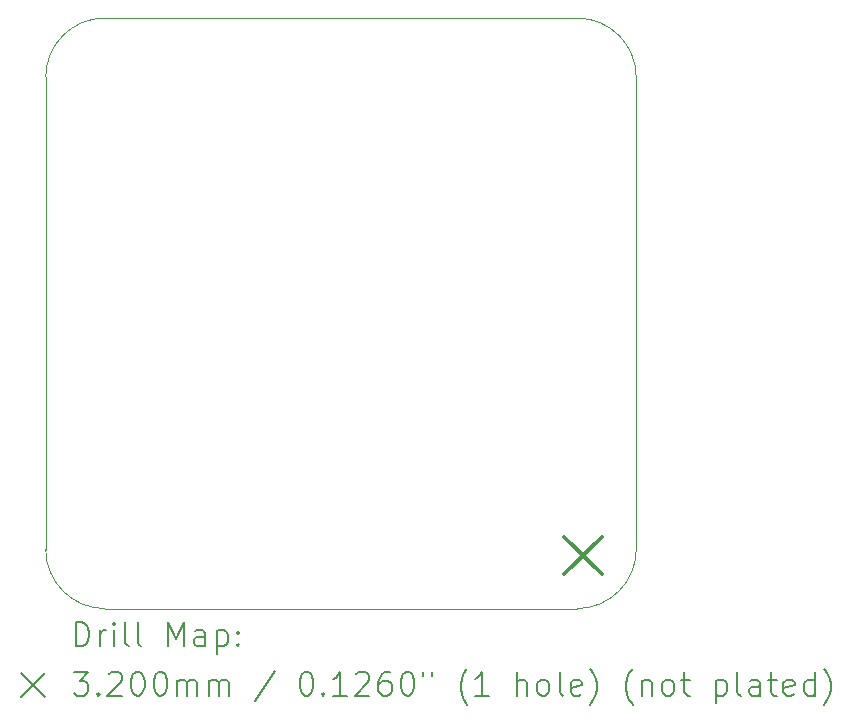
<source format=gbr>
%TF.GenerationSoftware,KiCad,Pcbnew,8.0.4*%
%TF.CreationDate,2025-01-10T10:23:57-05:00*%
%TF.ProjectId,555 Blink-a-tron SMD,35353520-426c-4696-9e6b-2d612d74726f,rev?*%
%TF.SameCoordinates,Original*%
%TF.FileFunction,Drillmap*%
%TF.FilePolarity,Positive*%
%FSLAX45Y45*%
G04 Gerber Fmt 4.5, Leading zero omitted, Abs format (unit mm)*
G04 Created by KiCad (PCBNEW 8.0.4) date 2025-01-10 10:23:57*
%MOMM*%
%LPD*%
G01*
G04 APERTURE LIST*
%ADD10C,0.050000*%
%ADD11C,0.100000*%
%ADD12C,0.200000*%
%ADD13C,0.320000*%
G04 APERTURE END LIST*
D10*
X10000000Y-5500000D02*
X10000000Y-9500000D01*
D11*
X14500000Y-5000000D02*
G75*
G02*
X15000000Y-5500000I0J-500000D01*
G01*
D10*
X10500000Y-10000000D02*
X14500000Y-10000000D01*
D11*
X15000000Y-9500000D02*
G75*
G02*
X14500000Y-10000000I-503550J3550D01*
G01*
D10*
X15000000Y-9500000D02*
X15000000Y-5500000D01*
D11*
X10000000Y-5500000D02*
G75*
G02*
X10500000Y-5000000I500000J0D01*
G01*
D10*
X14500000Y-5000000D02*
X10500000Y-5000000D01*
D11*
X10500000Y-10000000D02*
G75*
G02*
X10000000Y-9500000I3550J503550D01*
G01*
D12*
D13*
X14390000Y-9390000D02*
X14710000Y-9710000D01*
X14710000Y-9390000D02*
X14390000Y-9710000D01*
D12*
X10255777Y-10316484D02*
X10255777Y-10116484D01*
X10255777Y-10116484D02*
X10303396Y-10116484D01*
X10303396Y-10116484D02*
X10331967Y-10126008D01*
X10331967Y-10126008D02*
X10351015Y-10145055D01*
X10351015Y-10145055D02*
X10360539Y-10164103D01*
X10360539Y-10164103D02*
X10370063Y-10202198D01*
X10370063Y-10202198D02*
X10370063Y-10230770D01*
X10370063Y-10230770D02*
X10360539Y-10268865D01*
X10360539Y-10268865D02*
X10351015Y-10287912D01*
X10351015Y-10287912D02*
X10331967Y-10306960D01*
X10331967Y-10306960D02*
X10303396Y-10316484D01*
X10303396Y-10316484D02*
X10255777Y-10316484D01*
X10455777Y-10316484D02*
X10455777Y-10183150D01*
X10455777Y-10221246D02*
X10465301Y-10202198D01*
X10465301Y-10202198D02*
X10474824Y-10192674D01*
X10474824Y-10192674D02*
X10493872Y-10183150D01*
X10493872Y-10183150D02*
X10512920Y-10183150D01*
X10579586Y-10316484D02*
X10579586Y-10183150D01*
X10579586Y-10116484D02*
X10570063Y-10126008D01*
X10570063Y-10126008D02*
X10579586Y-10135531D01*
X10579586Y-10135531D02*
X10589110Y-10126008D01*
X10589110Y-10126008D02*
X10579586Y-10116484D01*
X10579586Y-10116484D02*
X10579586Y-10135531D01*
X10703396Y-10316484D02*
X10684348Y-10306960D01*
X10684348Y-10306960D02*
X10674824Y-10287912D01*
X10674824Y-10287912D02*
X10674824Y-10116484D01*
X10808158Y-10316484D02*
X10789110Y-10306960D01*
X10789110Y-10306960D02*
X10779586Y-10287912D01*
X10779586Y-10287912D02*
X10779586Y-10116484D01*
X11036729Y-10316484D02*
X11036729Y-10116484D01*
X11036729Y-10116484D02*
X11103396Y-10259341D01*
X11103396Y-10259341D02*
X11170063Y-10116484D01*
X11170063Y-10116484D02*
X11170063Y-10316484D01*
X11351015Y-10316484D02*
X11351015Y-10211722D01*
X11351015Y-10211722D02*
X11341491Y-10192674D01*
X11341491Y-10192674D02*
X11322443Y-10183150D01*
X11322443Y-10183150D02*
X11284348Y-10183150D01*
X11284348Y-10183150D02*
X11265301Y-10192674D01*
X11351015Y-10306960D02*
X11331967Y-10316484D01*
X11331967Y-10316484D02*
X11284348Y-10316484D01*
X11284348Y-10316484D02*
X11265301Y-10306960D01*
X11265301Y-10306960D02*
X11255777Y-10287912D01*
X11255777Y-10287912D02*
X11255777Y-10268865D01*
X11255777Y-10268865D02*
X11265301Y-10249817D01*
X11265301Y-10249817D02*
X11284348Y-10240293D01*
X11284348Y-10240293D02*
X11331967Y-10240293D01*
X11331967Y-10240293D02*
X11351015Y-10230770D01*
X11446253Y-10183150D02*
X11446253Y-10383150D01*
X11446253Y-10192674D02*
X11465301Y-10183150D01*
X11465301Y-10183150D02*
X11503396Y-10183150D01*
X11503396Y-10183150D02*
X11522443Y-10192674D01*
X11522443Y-10192674D02*
X11531967Y-10202198D01*
X11531967Y-10202198D02*
X11541491Y-10221246D01*
X11541491Y-10221246D02*
X11541491Y-10278389D01*
X11541491Y-10278389D02*
X11531967Y-10297436D01*
X11531967Y-10297436D02*
X11522443Y-10306960D01*
X11522443Y-10306960D02*
X11503396Y-10316484D01*
X11503396Y-10316484D02*
X11465301Y-10316484D01*
X11465301Y-10316484D02*
X11446253Y-10306960D01*
X11627205Y-10297436D02*
X11636729Y-10306960D01*
X11636729Y-10306960D02*
X11627205Y-10316484D01*
X11627205Y-10316484D02*
X11617682Y-10306960D01*
X11617682Y-10306960D02*
X11627205Y-10297436D01*
X11627205Y-10297436D02*
X11627205Y-10316484D01*
X11627205Y-10192674D02*
X11636729Y-10202198D01*
X11636729Y-10202198D02*
X11627205Y-10211722D01*
X11627205Y-10211722D02*
X11617682Y-10202198D01*
X11617682Y-10202198D02*
X11627205Y-10192674D01*
X11627205Y-10192674D02*
X11627205Y-10211722D01*
X9795000Y-10545000D02*
X9995000Y-10745000D01*
X9995000Y-10545000D02*
X9795000Y-10745000D01*
X10236729Y-10536484D02*
X10360539Y-10536484D01*
X10360539Y-10536484D02*
X10293872Y-10612674D01*
X10293872Y-10612674D02*
X10322444Y-10612674D01*
X10322444Y-10612674D02*
X10341491Y-10622198D01*
X10341491Y-10622198D02*
X10351015Y-10631722D01*
X10351015Y-10631722D02*
X10360539Y-10650770D01*
X10360539Y-10650770D02*
X10360539Y-10698389D01*
X10360539Y-10698389D02*
X10351015Y-10717436D01*
X10351015Y-10717436D02*
X10341491Y-10726960D01*
X10341491Y-10726960D02*
X10322444Y-10736484D01*
X10322444Y-10736484D02*
X10265301Y-10736484D01*
X10265301Y-10736484D02*
X10246253Y-10726960D01*
X10246253Y-10726960D02*
X10236729Y-10717436D01*
X10446253Y-10717436D02*
X10455777Y-10726960D01*
X10455777Y-10726960D02*
X10446253Y-10736484D01*
X10446253Y-10736484D02*
X10436729Y-10726960D01*
X10436729Y-10726960D02*
X10446253Y-10717436D01*
X10446253Y-10717436D02*
X10446253Y-10736484D01*
X10531967Y-10555531D02*
X10541491Y-10546008D01*
X10541491Y-10546008D02*
X10560539Y-10536484D01*
X10560539Y-10536484D02*
X10608158Y-10536484D01*
X10608158Y-10536484D02*
X10627205Y-10546008D01*
X10627205Y-10546008D02*
X10636729Y-10555531D01*
X10636729Y-10555531D02*
X10646253Y-10574579D01*
X10646253Y-10574579D02*
X10646253Y-10593627D01*
X10646253Y-10593627D02*
X10636729Y-10622198D01*
X10636729Y-10622198D02*
X10522444Y-10736484D01*
X10522444Y-10736484D02*
X10646253Y-10736484D01*
X10770063Y-10536484D02*
X10789110Y-10536484D01*
X10789110Y-10536484D02*
X10808158Y-10546008D01*
X10808158Y-10546008D02*
X10817682Y-10555531D01*
X10817682Y-10555531D02*
X10827205Y-10574579D01*
X10827205Y-10574579D02*
X10836729Y-10612674D01*
X10836729Y-10612674D02*
X10836729Y-10660293D01*
X10836729Y-10660293D02*
X10827205Y-10698389D01*
X10827205Y-10698389D02*
X10817682Y-10717436D01*
X10817682Y-10717436D02*
X10808158Y-10726960D01*
X10808158Y-10726960D02*
X10789110Y-10736484D01*
X10789110Y-10736484D02*
X10770063Y-10736484D01*
X10770063Y-10736484D02*
X10751015Y-10726960D01*
X10751015Y-10726960D02*
X10741491Y-10717436D01*
X10741491Y-10717436D02*
X10731967Y-10698389D01*
X10731967Y-10698389D02*
X10722444Y-10660293D01*
X10722444Y-10660293D02*
X10722444Y-10612674D01*
X10722444Y-10612674D02*
X10731967Y-10574579D01*
X10731967Y-10574579D02*
X10741491Y-10555531D01*
X10741491Y-10555531D02*
X10751015Y-10546008D01*
X10751015Y-10546008D02*
X10770063Y-10536484D01*
X10960539Y-10536484D02*
X10979586Y-10536484D01*
X10979586Y-10536484D02*
X10998634Y-10546008D01*
X10998634Y-10546008D02*
X11008158Y-10555531D01*
X11008158Y-10555531D02*
X11017682Y-10574579D01*
X11017682Y-10574579D02*
X11027205Y-10612674D01*
X11027205Y-10612674D02*
X11027205Y-10660293D01*
X11027205Y-10660293D02*
X11017682Y-10698389D01*
X11017682Y-10698389D02*
X11008158Y-10717436D01*
X11008158Y-10717436D02*
X10998634Y-10726960D01*
X10998634Y-10726960D02*
X10979586Y-10736484D01*
X10979586Y-10736484D02*
X10960539Y-10736484D01*
X10960539Y-10736484D02*
X10941491Y-10726960D01*
X10941491Y-10726960D02*
X10931967Y-10717436D01*
X10931967Y-10717436D02*
X10922444Y-10698389D01*
X10922444Y-10698389D02*
X10912920Y-10660293D01*
X10912920Y-10660293D02*
X10912920Y-10612674D01*
X10912920Y-10612674D02*
X10922444Y-10574579D01*
X10922444Y-10574579D02*
X10931967Y-10555531D01*
X10931967Y-10555531D02*
X10941491Y-10546008D01*
X10941491Y-10546008D02*
X10960539Y-10536484D01*
X11112920Y-10736484D02*
X11112920Y-10603150D01*
X11112920Y-10622198D02*
X11122444Y-10612674D01*
X11122444Y-10612674D02*
X11141491Y-10603150D01*
X11141491Y-10603150D02*
X11170063Y-10603150D01*
X11170063Y-10603150D02*
X11189110Y-10612674D01*
X11189110Y-10612674D02*
X11198634Y-10631722D01*
X11198634Y-10631722D02*
X11198634Y-10736484D01*
X11198634Y-10631722D02*
X11208158Y-10612674D01*
X11208158Y-10612674D02*
X11227205Y-10603150D01*
X11227205Y-10603150D02*
X11255777Y-10603150D01*
X11255777Y-10603150D02*
X11274824Y-10612674D01*
X11274824Y-10612674D02*
X11284348Y-10631722D01*
X11284348Y-10631722D02*
X11284348Y-10736484D01*
X11379586Y-10736484D02*
X11379586Y-10603150D01*
X11379586Y-10622198D02*
X11389110Y-10612674D01*
X11389110Y-10612674D02*
X11408158Y-10603150D01*
X11408158Y-10603150D02*
X11436729Y-10603150D01*
X11436729Y-10603150D02*
X11455777Y-10612674D01*
X11455777Y-10612674D02*
X11465301Y-10631722D01*
X11465301Y-10631722D02*
X11465301Y-10736484D01*
X11465301Y-10631722D02*
X11474824Y-10612674D01*
X11474824Y-10612674D02*
X11493872Y-10603150D01*
X11493872Y-10603150D02*
X11522443Y-10603150D01*
X11522443Y-10603150D02*
X11541491Y-10612674D01*
X11541491Y-10612674D02*
X11551015Y-10631722D01*
X11551015Y-10631722D02*
X11551015Y-10736484D01*
X11941491Y-10526960D02*
X11770063Y-10784103D01*
X12198634Y-10536484D02*
X12217682Y-10536484D01*
X12217682Y-10536484D02*
X12236729Y-10546008D01*
X12236729Y-10546008D02*
X12246253Y-10555531D01*
X12246253Y-10555531D02*
X12255777Y-10574579D01*
X12255777Y-10574579D02*
X12265301Y-10612674D01*
X12265301Y-10612674D02*
X12265301Y-10660293D01*
X12265301Y-10660293D02*
X12255777Y-10698389D01*
X12255777Y-10698389D02*
X12246253Y-10717436D01*
X12246253Y-10717436D02*
X12236729Y-10726960D01*
X12236729Y-10726960D02*
X12217682Y-10736484D01*
X12217682Y-10736484D02*
X12198634Y-10736484D01*
X12198634Y-10736484D02*
X12179586Y-10726960D01*
X12179586Y-10726960D02*
X12170063Y-10717436D01*
X12170063Y-10717436D02*
X12160539Y-10698389D01*
X12160539Y-10698389D02*
X12151015Y-10660293D01*
X12151015Y-10660293D02*
X12151015Y-10612674D01*
X12151015Y-10612674D02*
X12160539Y-10574579D01*
X12160539Y-10574579D02*
X12170063Y-10555531D01*
X12170063Y-10555531D02*
X12179586Y-10546008D01*
X12179586Y-10546008D02*
X12198634Y-10536484D01*
X12351015Y-10717436D02*
X12360539Y-10726960D01*
X12360539Y-10726960D02*
X12351015Y-10736484D01*
X12351015Y-10736484D02*
X12341491Y-10726960D01*
X12341491Y-10726960D02*
X12351015Y-10717436D01*
X12351015Y-10717436D02*
X12351015Y-10736484D01*
X12551015Y-10736484D02*
X12436729Y-10736484D01*
X12493872Y-10736484D02*
X12493872Y-10536484D01*
X12493872Y-10536484D02*
X12474825Y-10565055D01*
X12474825Y-10565055D02*
X12455777Y-10584103D01*
X12455777Y-10584103D02*
X12436729Y-10593627D01*
X12627206Y-10555531D02*
X12636729Y-10546008D01*
X12636729Y-10546008D02*
X12655777Y-10536484D01*
X12655777Y-10536484D02*
X12703396Y-10536484D01*
X12703396Y-10536484D02*
X12722444Y-10546008D01*
X12722444Y-10546008D02*
X12731967Y-10555531D01*
X12731967Y-10555531D02*
X12741491Y-10574579D01*
X12741491Y-10574579D02*
X12741491Y-10593627D01*
X12741491Y-10593627D02*
X12731967Y-10622198D01*
X12731967Y-10622198D02*
X12617682Y-10736484D01*
X12617682Y-10736484D02*
X12741491Y-10736484D01*
X12912920Y-10536484D02*
X12874825Y-10536484D01*
X12874825Y-10536484D02*
X12855777Y-10546008D01*
X12855777Y-10546008D02*
X12846253Y-10555531D01*
X12846253Y-10555531D02*
X12827206Y-10584103D01*
X12827206Y-10584103D02*
X12817682Y-10622198D01*
X12817682Y-10622198D02*
X12817682Y-10698389D01*
X12817682Y-10698389D02*
X12827206Y-10717436D01*
X12827206Y-10717436D02*
X12836729Y-10726960D01*
X12836729Y-10726960D02*
X12855777Y-10736484D01*
X12855777Y-10736484D02*
X12893872Y-10736484D01*
X12893872Y-10736484D02*
X12912920Y-10726960D01*
X12912920Y-10726960D02*
X12922444Y-10717436D01*
X12922444Y-10717436D02*
X12931967Y-10698389D01*
X12931967Y-10698389D02*
X12931967Y-10650770D01*
X12931967Y-10650770D02*
X12922444Y-10631722D01*
X12922444Y-10631722D02*
X12912920Y-10622198D01*
X12912920Y-10622198D02*
X12893872Y-10612674D01*
X12893872Y-10612674D02*
X12855777Y-10612674D01*
X12855777Y-10612674D02*
X12836729Y-10622198D01*
X12836729Y-10622198D02*
X12827206Y-10631722D01*
X12827206Y-10631722D02*
X12817682Y-10650770D01*
X13055777Y-10536484D02*
X13074825Y-10536484D01*
X13074825Y-10536484D02*
X13093872Y-10546008D01*
X13093872Y-10546008D02*
X13103396Y-10555531D01*
X13103396Y-10555531D02*
X13112920Y-10574579D01*
X13112920Y-10574579D02*
X13122444Y-10612674D01*
X13122444Y-10612674D02*
X13122444Y-10660293D01*
X13122444Y-10660293D02*
X13112920Y-10698389D01*
X13112920Y-10698389D02*
X13103396Y-10717436D01*
X13103396Y-10717436D02*
X13093872Y-10726960D01*
X13093872Y-10726960D02*
X13074825Y-10736484D01*
X13074825Y-10736484D02*
X13055777Y-10736484D01*
X13055777Y-10736484D02*
X13036729Y-10726960D01*
X13036729Y-10726960D02*
X13027206Y-10717436D01*
X13027206Y-10717436D02*
X13017682Y-10698389D01*
X13017682Y-10698389D02*
X13008158Y-10660293D01*
X13008158Y-10660293D02*
X13008158Y-10612674D01*
X13008158Y-10612674D02*
X13017682Y-10574579D01*
X13017682Y-10574579D02*
X13027206Y-10555531D01*
X13027206Y-10555531D02*
X13036729Y-10546008D01*
X13036729Y-10546008D02*
X13055777Y-10536484D01*
X13198634Y-10536484D02*
X13198634Y-10574579D01*
X13274825Y-10536484D02*
X13274825Y-10574579D01*
X13570063Y-10812674D02*
X13560539Y-10803150D01*
X13560539Y-10803150D02*
X13541491Y-10774579D01*
X13541491Y-10774579D02*
X13531968Y-10755531D01*
X13531968Y-10755531D02*
X13522444Y-10726960D01*
X13522444Y-10726960D02*
X13512920Y-10679341D01*
X13512920Y-10679341D02*
X13512920Y-10641246D01*
X13512920Y-10641246D02*
X13522444Y-10593627D01*
X13522444Y-10593627D02*
X13531968Y-10565055D01*
X13531968Y-10565055D02*
X13541491Y-10546008D01*
X13541491Y-10546008D02*
X13560539Y-10517436D01*
X13560539Y-10517436D02*
X13570063Y-10507912D01*
X13751015Y-10736484D02*
X13636729Y-10736484D01*
X13693872Y-10736484D02*
X13693872Y-10536484D01*
X13693872Y-10536484D02*
X13674825Y-10565055D01*
X13674825Y-10565055D02*
X13655777Y-10584103D01*
X13655777Y-10584103D02*
X13636729Y-10593627D01*
X13989110Y-10736484D02*
X13989110Y-10536484D01*
X14074825Y-10736484D02*
X14074825Y-10631722D01*
X14074825Y-10631722D02*
X14065301Y-10612674D01*
X14065301Y-10612674D02*
X14046253Y-10603150D01*
X14046253Y-10603150D02*
X14017682Y-10603150D01*
X14017682Y-10603150D02*
X13998634Y-10612674D01*
X13998634Y-10612674D02*
X13989110Y-10622198D01*
X14198634Y-10736484D02*
X14179587Y-10726960D01*
X14179587Y-10726960D02*
X14170063Y-10717436D01*
X14170063Y-10717436D02*
X14160539Y-10698389D01*
X14160539Y-10698389D02*
X14160539Y-10641246D01*
X14160539Y-10641246D02*
X14170063Y-10622198D01*
X14170063Y-10622198D02*
X14179587Y-10612674D01*
X14179587Y-10612674D02*
X14198634Y-10603150D01*
X14198634Y-10603150D02*
X14227206Y-10603150D01*
X14227206Y-10603150D02*
X14246253Y-10612674D01*
X14246253Y-10612674D02*
X14255777Y-10622198D01*
X14255777Y-10622198D02*
X14265301Y-10641246D01*
X14265301Y-10641246D02*
X14265301Y-10698389D01*
X14265301Y-10698389D02*
X14255777Y-10717436D01*
X14255777Y-10717436D02*
X14246253Y-10726960D01*
X14246253Y-10726960D02*
X14227206Y-10736484D01*
X14227206Y-10736484D02*
X14198634Y-10736484D01*
X14379587Y-10736484D02*
X14360539Y-10726960D01*
X14360539Y-10726960D02*
X14351015Y-10707912D01*
X14351015Y-10707912D02*
X14351015Y-10536484D01*
X14531968Y-10726960D02*
X14512920Y-10736484D01*
X14512920Y-10736484D02*
X14474825Y-10736484D01*
X14474825Y-10736484D02*
X14455777Y-10726960D01*
X14455777Y-10726960D02*
X14446253Y-10707912D01*
X14446253Y-10707912D02*
X14446253Y-10631722D01*
X14446253Y-10631722D02*
X14455777Y-10612674D01*
X14455777Y-10612674D02*
X14474825Y-10603150D01*
X14474825Y-10603150D02*
X14512920Y-10603150D01*
X14512920Y-10603150D02*
X14531968Y-10612674D01*
X14531968Y-10612674D02*
X14541491Y-10631722D01*
X14541491Y-10631722D02*
X14541491Y-10650770D01*
X14541491Y-10650770D02*
X14446253Y-10669817D01*
X14608158Y-10812674D02*
X14617682Y-10803150D01*
X14617682Y-10803150D02*
X14636730Y-10774579D01*
X14636730Y-10774579D02*
X14646253Y-10755531D01*
X14646253Y-10755531D02*
X14655777Y-10726960D01*
X14655777Y-10726960D02*
X14665301Y-10679341D01*
X14665301Y-10679341D02*
X14665301Y-10641246D01*
X14665301Y-10641246D02*
X14655777Y-10593627D01*
X14655777Y-10593627D02*
X14646253Y-10565055D01*
X14646253Y-10565055D02*
X14636730Y-10546008D01*
X14636730Y-10546008D02*
X14617682Y-10517436D01*
X14617682Y-10517436D02*
X14608158Y-10507912D01*
X14970063Y-10812674D02*
X14960539Y-10803150D01*
X14960539Y-10803150D02*
X14941491Y-10774579D01*
X14941491Y-10774579D02*
X14931968Y-10755531D01*
X14931968Y-10755531D02*
X14922444Y-10726960D01*
X14922444Y-10726960D02*
X14912920Y-10679341D01*
X14912920Y-10679341D02*
X14912920Y-10641246D01*
X14912920Y-10641246D02*
X14922444Y-10593627D01*
X14922444Y-10593627D02*
X14931968Y-10565055D01*
X14931968Y-10565055D02*
X14941491Y-10546008D01*
X14941491Y-10546008D02*
X14960539Y-10517436D01*
X14960539Y-10517436D02*
X14970063Y-10507912D01*
X15046253Y-10603150D02*
X15046253Y-10736484D01*
X15046253Y-10622198D02*
X15055777Y-10612674D01*
X15055777Y-10612674D02*
X15074825Y-10603150D01*
X15074825Y-10603150D02*
X15103396Y-10603150D01*
X15103396Y-10603150D02*
X15122444Y-10612674D01*
X15122444Y-10612674D02*
X15131968Y-10631722D01*
X15131968Y-10631722D02*
X15131968Y-10736484D01*
X15255777Y-10736484D02*
X15236730Y-10726960D01*
X15236730Y-10726960D02*
X15227206Y-10717436D01*
X15227206Y-10717436D02*
X15217682Y-10698389D01*
X15217682Y-10698389D02*
X15217682Y-10641246D01*
X15217682Y-10641246D02*
X15227206Y-10622198D01*
X15227206Y-10622198D02*
X15236730Y-10612674D01*
X15236730Y-10612674D02*
X15255777Y-10603150D01*
X15255777Y-10603150D02*
X15284349Y-10603150D01*
X15284349Y-10603150D02*
X15303396Y-10612674D01*
X15303396Y-10612674D02*
X15312920Y-10622198D01*
X15312920Y-10622198D02*
X15322444Y-10641246D01*
X15322444Y-10641246D02*
X15322444Y-10698389D01*
X15322444Y-10698389D02*
X15312920Y-10717436D01*
X15312920Y-10717436D02*
X15303396Y-10726960D01*
X15303396Y-10726960D02*
X15284349Y-10736484D01*
X15284349Y-10736484D02*
X15255777Y-10736484D01*
X15379587Y-10603150D02*
X15455777Y-10603150D01*
X15408158Y-10536484D02*
X15408158Y-10707912D01*
X15408158Y-10707912D02*
X15417682Y-10726960D01*
X15417682Y-10726960D02*
X15436730Y-10736484D01*
X15436730Y-10736484D02*
X15455777Y-10736484D01*
X15674825Y-10603150D02*
X15674825Y-10803150D01*
X15674825Y-10612674D02*
X15693872Y-10603150D01*
X15693872Y-10603150D02*
X15731968Y-10603150D01*
X15731968Y-10603150D02*
X15751015Y-10612674D01*
X15751015Y-10612674D02*
X15760539Y-10622198D01*
X15760539Y-10622198D02*
X15770063Y-10641246D01*
X15770063Y-10641246D02*
X15770063Y-10698389D01*
X15770063Y-10698389D02*
X15760539Y-10717436D01*
X15760539Y-10717436D02*
X15751015Y-10726960D01*
X15751015Y-10726960D02*
X15731968Y-10736484D01*
X15731968Y-10736484D02*
X15693872Y-10736484D01*
X15693872Y-10736484D02*
X15674825Y-10726960D01*
X15884349Y-10736484D02*
X15865301Y-10726960D01*
X15865301Y-10726960D02*
X15855777Y-10707912D01*
X15855777Y-10707912D02*
X15855777Y-10536484D01*
X16046253Y-10736484D02*
X16046253Y-10631722D01*
X16046253Y-10631722D02*
X16036730Y-10612674D01*
X16036730Y-10612674D02*
X16017682Y-10603150D01*
X16017682Y-10603150D02*
X15979587Y-10603150D01*
X15979587Y-10603150D02*
X15960539Y-10612674D01*
X16046253Y-10726960D02*
X16027206Y-10736484D01*
X16027206Y-10736484D02*
X15979587Y-10736484D01*
X15979587Y-10736484D02*
X15960539Y-10726960D01*
X15960539Y-10726960D02*
X15951015Y-10707912D01*
X15951015Y-10707912D02*
X15951015Y-10688865D01*
X15951015Y-10688865D02*
X15960539Y-10669817D01*
X15960539Y-10669817D02*
X15979587Y-10660293D01*
X15979587Y-10660293D02*
X16027206Y-10660293D01*
X16027206Y-10660293D02*
X16046253Y-10650770D01*
X16112920Y-10603150D02*
X16189111Y-10603150D01*
X16141492Y-10536484D02*
X16141492Y-10707912D01*
X16141492Y-10707912D02*
X16151015Y-10726960D01*
X16151015Y-10726960D02*
X16170063Y-10736484D01*
X16170063Y-10736484D02*
X16189111Y-10736484D01*
X16331968Y-10726960D02*
X16312920Y-10736484D01*
X16312920Y-10736484D02*
X16274825Y-10736484D01*
X16274825Y-10736484D02*
X16255777Y-10726960D01*
X16255777Y-10726960D02*
X16246253Y-10707912D01*
X16246253Y-10707912D02*
X16246253Y-10631722D01*
X16246253Y-10631722D02*
X16255777Y-10612674D01*
X16255777Y-10612674D02*
X16274825Y-10603150D01*
X16274825Y-10603150D02*
X16312920Y-10603150D01*
X16312920Y-10603150D02*
X16331968Y-10612674D01*
X16331968Y-10612674D02*
X16341492Y-10631722D01*
X16341492Y-10631722D02*
X16341492Y-10650770D01*
X16341492Y-10650770D02*
X16246253Y-10669817D01*
X16512920Y-10736484D02*
X16512920Y-10536484D01*
X16512920Y-10726960D02*
X16493873Y-10736484D01*
X16493873Y-10736484D02*
X16455777Y-10736484D01*
X16455777Y-10736484D02*
X16436730Y-10726960D01*
X16436730Y-10726960D02*
X16427206Y-10717436D01*
X16427206Y-10717436D02*
X16417682Y-10698389D01*
X16417682Y-10698389D02*
X16417682Y-10641246D01*
X16417682Y-10641246D02*
X16427206Y-10622198D01*
X16427206Y-10622198D02*
X16436730Y-10612674D01*
X16436730Y-10612674D02*
X16455777Y-10603150D01*
X16455777Y-10603150D02*
X16493873Y-10603150D01*
X16493873Y-10603150D02*
X16512920Y-10612674D01*
X16589111Y-10812674D02*
X16598634Y-10803150D01*
X16598634Y-10803150D02*
X16617682Y-10774579D01*
X16617682Y-10774579D02*
X16627206Y-10755531D01*
X16627206Y-10755531D02*
X16636730Y-10726960D01*
X16636730Y-10726960D02*
X16646253Y-10679341D01*
X16646253Y-10679341D02*
X16646253Y-10641246D01*
X16646253Y-10641246D02*
X16636730Y-10593627D01*
X16636730Y-10593627D02*
X16627206Y-10565055D01*
X16627206Y-10565055D02*
X16617682Y-10546008D01*
X16617682Y-10546008D02*
X16598634Y-10517436D01*
X16598634Y-10517436D02*
X16589111Y-10507912D01*
M02*

</source>
